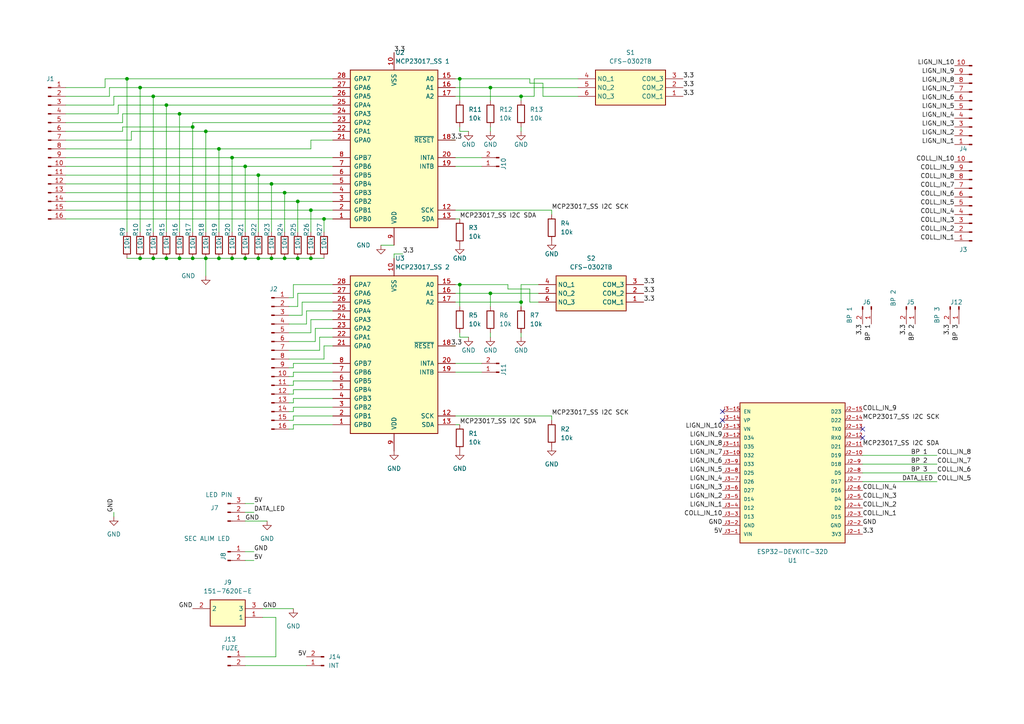
<source format=kicad_sch>
(kicad_sch (version 20230121) (generator eeschema)
  (paper "A4")
  (lib_symbols
    (symbol "151-7620E-E:151-7620E-E"
      (property "Reference" "J9" (at 10.16 7.62 0))
      (property "Value" "151-7620E-E" (at 10.16 5.08 0))
      (symbol "151-7620E-E_1_1"
        (rectangle (start 5.08 2.54) (end 15.24 -5.08) (stroke (width 0.254)) (fill (type background)))
        (pin power_out line (at 20.32 -2.54 180) (length 5.08) (name "1") (number "1"))
        (pin power_out line (at 0 0 0) (length 5.08) (name "2") (number "2"))
        (pin power_out line (at 20.32 0 180) (length 5.08) (name "3") (number "3"))
      )
    )
    (symbol "CFS-0302TB:CFS-0302TB"
      (property "Reference" "S" (at 26.67 7.62 0))
      (property "Value" "CFS-0302TB" (at 26.67 5.08 0))
      (symbol "CFS-0302TB_1_1"
        (rectangle (start 5.08 2.54) (end 25.4 -7.62) (stroke (width 0.254)) (fill (type background)))
        (pin passive line (at 0 0 0) (length 5.08) (name "COM_1") (number "1"))
        (pin passive line (at 0 -2.54 0) (length 5.08) (name "COM_2") (number "2"))
        (pin passive line (at 0 -5.08 0) (length 5.08) (name "COM_3") (number "3"))
        (pin passive line (at 30.48 -5.08 180) (length 5.08) (name "NO_1") (number "4"))
        (pin passive line (at 30.48 -2.54 180) (length 5.08) (name "NO_2") (number "5"))
        (pin passive line (at 30.48 0 180) (length 5.08) (name "NO_3") (number "6"))
      )
    )
    (symbol "Connector:Conn_01x02_Pin" (pin_names (offset 1.016) hide)
      (property "Reference" "J" (at 0 2.54 0))
      (property "Value" "Conn_01x02_Pin" (at 0 -5.08 0))
      (symbol "Conn_01x02_Pin_1_1"
        (polyline (pts (xy 1.27 -2.54) (xy 0.8636 -2.54)) (stroke (width 0.1524)))
        (polyline (pts (xy 1.27 0) (xy 0.8636 0)) (stroke (width 0.1524)))
        (rectangle (start 0.8636 -2.413) (end 0 -2.667) (stroke (width 0.1524)) (fill (type outline)))
        (rectangle (start 0.8636 0.127) (end 0 -0.127) (stroke (width 0.1524)) (fill (type outline)))
        (pin passive line (at 5.08 0 180) (length 3.81) (name "Pin_1") (number "1"))
        (pin passive line (at 5.08 -2.54 180) (length 3.81) (name "Pin_2") (number "2"))
      )
    )
    (symbol "Connector:Conn_01x03_Pin" (pin_names (offset 1.016) hide)
      (property "Reference" "J" (at 0 5.08 0))
      (property "Value" "Conn_01x03_Pin" (at 0 -5.08 0))
      (symbol "Conn_01x03_Pin_1_1"
        (polyline (pts (xy 1.27 -2.54) (xy 0.8636 -2.54)) (stroke (width 0.1524)))
        (polyline (pts (xy 1.27 0) (xy 0.8636 0)) (stroke (width 0.1524)))
        (polyline (pts (xy 1.27 2.54) (xy 0.8636 2.54)) (stroke (width 0.1524)))
        (rectangle (start 0.8636 -2.413) (end 0 -2.667) (stroke (width 0.1524)) (fill (type outline)))
        (rectangle (start 0.8636 0.127) (end 0 -0.127) (stroke (width 0.1524)) (fill (type outline)))
        (rectangle (start 0.8636 2.667) (end 0 2.413) (stroke (width 0.1524)) (fill (type outline)))
        (pin passive line (at 5.08 2.54 180) (length 3.81) (name "Pin_1") (number "1"))
        (pin passive line (at 5.08 0 180) (length 3.81) (name "Pin_2") (number "2"))
        (pin passive line (at 5.08 -2.54 180) (length 3.81) (name "Pin_3") (number "3"))
      )
    )
    (symbol "Connector:Conn_01x10_Pin" (pin_names (offset 1.016) hide)
      (property "Reference" "J" (at 0 12.7 0))
      (property "Value" "Conn_01x10_Pin" (at 0 -15.24 0))
      (symbol "Conn_01x10_Pin_1_1"
        (polyline (pts (xy 1.27 -12.7) (xy 0.8636 -12.7)) (stroke (width 0.1524)))
        (polyline (pts (xy 1.27 -10.16) (xy 0.8636 -10.16)) (stroke (width 0.1524)))
        (polyline (pts (xy 1.27 -7.62) (xy 0.8636 -7.62)) (stroke (width 0.1524)))
        (polyline (pts (xy 1.27 -5.08) (xy 0.8636 -5.08)) (stroke (width 0.1524)))
        (polyline (pts (xy 1.27 -2.54) (xy 0.8636 -2.54)) (stroke (width 0.1524)))
        (polyline (pts (xy 1.27 0) (xy 0.8636 0)) (stroke (width 0.1524)))
        (polyline (pts (xy 1.27 2.54) (xy 0.8636 2.54)) (stroke (width 0.1524)))
        (polyline (pts (xy 1.27 5.08) (xy 0.8636 5.08)) (stroke (width 0.1524)))
        (polyline (pts (xy 1.27 7.62) (xy 0.8636 7.62)) (stroke (width 0.1524)))
        (polyline (pts (xy 1.27 10.16) (xy 0.8636 10.16)) (stroke (width 0.1524)))
        (rectangle (start 0.8636 -12.573) (end 0 -12.827) (stroke (width 0.1524)) (fill (type outline)))
        (rectangle (start 0.8636 -10.033) (end 0 -10.287) (stroke (width 0.1524)) (fill (type outline)))
        (rectangle (start 0.8636 -7.493) (end 0 -7.747) (stroke (width 0.1524)) (fill (type outline)))
        (rectangle (start 0.8636 -4.953) (end 0 -5.207) (stroke (width 0.1524)) (fill (type outline)))
        (rectangle (start 0.8636 -2.413) (end 0 -2.667) (stroke (width 0.1524)) (fill (type outline)))
        (rectangle (start 0.8636 0.127) (end 0 -0.127) (stroke (width 0.1524)) (fill (type outline)))
        (rectangle (start 0.8636 2.667) (end 0 2.413) (stroke (width 0.1524)) (fill (type outline)))
        (rectangle (start 0.8636 5.207) (end 0 4.953) (stroke (width 0.1524)) (fill (type outline)))
        (rectangle (start 0.8636 7.747) (end 0 7.493) (stroke (width 0.1524)) (fill (type outline)))
        (rectangle (start 0.8636 10.287) (end 0 10.033) (stroke (width 0.1524)) (fill (type outline)))
        (pin passive line (at 5.08 10.16 180) (length 3.81) (name "Pin_1") (number "1"))
        (pin passive line (at 5.08 -12.7 180) (length 3.81) (name "Pin_10") (number "10"))
        (pin passive line (at 5.08 7.62 180) (length 3.81) (name "Pin_2") (number "2"))
        (pin passive line (at 5.08 5.08 180) (length 3.81) (name "Pin_3") (number "3"))
        (pin passive line (at 5.08 2.54 180) (length 3.81) (name "Pin_4") (number "4"))
        (pin passive line (at 5.08 0 180) (length 3.81) (name "Pin_5") (number "5"))
        (pin passive line (at 5.08 -2.54 180) (length 3.81) (name "Pin_6") (number "6"))
        (pin passive line (at 5.08 -5.08 180) (length 3.81) (name "Pin_7") (number "7"))
        (pin passive line (at 5.08 -7.62 180) (length 3.81) (name "Pin_8") (number "8"))
        (pin passive line (at 5.08 -10.16 180) (length 3.81) (name "Pin_9") (number "9"))
      )
    )
    (symbol "Connector:Conn_01x16_Pin" (pin_names (offset 1.016) hide)
      (property "Reference" "J" (at 0 20.32 0))
      (property "Value" "Conn_01x16_Pin" (at 0 -22.86 0))
      (symbol "Conn_01x16_Pin_1_1"
        (polyline (pts (xy 1.27 -20.32) (xy 0.8636 -20.32)) (stroke (width 0.1524)))
        (polyline (pts (xy 1.27 -17.78) (xy 0.8636 -17.78)) (stroke (width 0.1524)))
        (polyline (pts (xy 1.27 -15.24) (xy 0.8636 -15.24)) (stroke (width 0.1524)))
        (polyline (pts (xy 1.27 -12.7) (xy 0.8636 -12.7)) (stroke (width 0.1524)))
        (polyline (pts (xy 1.27 -10.16) (xy 0.8636 -10.16)) (stroke (width 0.1524)))
        (polyline (pts (xy 1.27 -7.62) (xy 0.8636 -7.62)) (stroke (width 0.1524)))
        (polyline (pts (xy 1.27 -5.08) (xy 0.8636 -5.08)) (stroke (width 0.1524)))
        (polyline (pts (xy 1.27 -2.54) (xy 0.8636 -2.54)) (stroke (width 0.1524)))
        (polyline (pts (xy 1.27 0) (xy 0.8636 0)) (stroke (width 0.1524)))
        (polyline (pts (xy 1.27 2.54) (xy 0.8636 2.54)) (stroke (width 0.1524)))
        (polyline (pts (xy 1.27 5.08) (xy 0.8636 5.08)) (stroke (width 0.1524)))
        (polyline (pts (xy 1.27 7.62) (xy 0.8636 7.62)) (stroke (width 0.1524)))
        (polyline (pts (xy 1.27 10.16) (xy 0.8636 10.16)) (stroke (width 0.1524)))
        (polyline (pts (xy 1.27 12.7) (xy 0.8636 12.7)) (stroke (width 0.1524)))
        (polyline (pts (xy 1.27 15.24) (xy 0.8636 15.24)) (stroke (width 0.1524)))
        (polyline (pts (xy 1.27 17.78) (xy 0.8636 17.78)) (stroke (width 0.1524)))
        (rectangle (start 0.8636 -20.193) (end 0 -20.447) (stroke (width 0.1524)) (fill (type outline)))
        (rectangle (start 0.8636 -17.653) (end 0 -17.907) (stroke (width 0.1524)) (fill (type outline)))
        (rectangle (start 0.8636 -15.113) (end 0 -15.367) (stroke (width 0.1524)) (fill (type outline)))
        (rectangle (start 0.8636 -12.573) (end 0 -12.827) (stroke (width 0.1524)) (fill (type outline)))
        (rectangle (start 0.8636 -10.033) (end 0 -10.287) (stroke (width 0.1524)) (fill (type outline)))
        (rectangle (start 0.8636 -7.493) (end 0 -7.747) (stroke (width 0.1524)) (fill (type outline)))
        (rectangle (start 0.8636 -4.953) (end 0 -5.207) (stroke (width 0.1524)) (fill (type outline)))
        (rectangle (start 0.8636 -2.413) (end 0 -2.667) (stroke (width 0.1524)) (fill (type outline)))
        (rectangle (start 0.8636 0.127) (end 0 -0.127) (stroke (width 0.1524)) (fill (type outline)))
        (rectangle (start 0.8636 2.667) (end 0 2.413) (stroke (width 0.1524)) (fill (type outline)))
        (rectangle (start 0.8636 5.207) (end 0 4.953) (stroke (width 0.1524)) (fill (type outline)))
        (rectangle (start 0.8636 7.747) (end 0 7.493) (stroke (width 0.1524)) (fill (type outline)))
        (rectangle (start 0.8636 10.287) (end 0 10.033) (stroke (width 0.1524)) (fill (type outline)))
        (rectangle (start 0.8636 12.827) (end 0 12.573) (stroke (width 0.1524)) (fill (type outline)))
        (rectangle (start 0.8636 15.367) (end 0 15.113) (stroke (width 0.1524)) (fill (type outline)))
        (rectangle (start 0.8636 17.907) (end 0 17.653) (stroke (width 0.1524)) (fill (type outline)))
        (pin passive line (at 5.08 17.78 180) (length 3.81) (name "Pin_1") (number "1"))
        (pin passive line (at 5.08 -5.08 180) (length 3.81) (name "Pin_10") (number "10"))
        (pin passive line (at 5.08 -7.62 180) (length 3.81) (name "Pin_11") (number "11"))
        (pin passive line (at 5.08 -10.16 180) (length 3.81) (name "Pin_12") (number "12"))
        (pin passive line (at 5.08 -12.7 180) (length 3.81) (name "Pin_13") (number "13"))
        (pin passive line (at 5.08 -15.24 180) (length 3.81) (name "Pin_14") (number "14"))
        (pin passive line (at 5.08 -17.78 180) (length 3.81) (name "Pin_15") (number "15"))
        (pin passive line (at 5.08 -20.32 180) (length 3.81) (name "Pin_16") (number "16"))
        (pin passive line (at 5.08 15.24 180) (length 3.81) (name "Pin_2") (number "2"))
        (pin passive line (at 5.08 12.7 180) (length 3.81) (name "Pin_3") (number "3"))
        (pin passive line (at 5.08 10.16 180) (length 3.81) (name "Pin_4") (number "4"))
        (pin passive line (at 5.08 7.62 180) (length 3.81) (name "Pin_5") (number "5"))
        (pin passive line (at 5.08 5.08 180) (length 3.81) (name "Pin_6") (number "6"))
        (pin passive line (at 5.08 2.54 180) (length 3.81) (name "Pin_7") (number "7"))
        (pin passive line (at 5.08 0 180) (length 3.81) (name "Pin_8") (number "8"))
        (pin passive line (at 5.08 -2.54 180) (length 3.81) (name "Pin_9") (number "9"))
      )
    )
    (symbol "Device:R" (pin_numbers hide) (pin_names (offset 0))
      (property "Reference" "R" (at 2.032 0 90))
      (property "Value" "R" (at 0 0 90))
      (symbol "R_0_1"
        (rectangle (start -1.016 -2.54) (end 1.016 2.54) (stroke (width 0.254)))
      )
      (symbol "R_1_1"
        (pin passive line (at 0 3.81 270) (length 1.27) (name "~") (number "1"))
        (pin passive line (at 0 -3.81 90) (length 1.27) (name "~") (number "2"))
      )
    )
    (symbol "ESP32-DEVKITC-32D:ESP32-DEVKITC-32D" (pin_names (offset 1.016))
      (property "Reference" "U1" (at 0 30.48 0))
      (property "Value" "ESP32-DEVKITC-32D" (at 0 27.94 0))
      (symbol "ESP32-DEVKITC-32D_0_0"
        (rectangle (start -15.24 25.4) (end 15.24 -15.24) (stroke (width 0.254)) (fill (type background)))
      )
      (symbol "ESP32-DEVKITC-32D_1_0"
        (pin power_out line (at -20.32 22.86 0) (length 5.08) (name "3V3") (number "J2-1"))
        (pin bidirectional line (at -20.32 0 0) (length 5.08) (name "D19") (number "J2-10"))
        (pin bidirectional line (at -20.32 -2.54 0) (length 5.08) (name "D21") (number "J2-11"))
        (pin bidirectional line (at -20.32 -5.08 0) (length 5.08) (name "RX0") (number "J2-12"))
        (pin bidirectional line (at -20.32 -7.62 0) (length 5.08) (name "TX0") (number "J2-13"))
        (pin bidirectional line (at -20.32 -10.16 0) (length 5.08) (name "D22") (number "J2-14"))
        (pin bidirectional line (at -20.32 -12.7 0) (length 5.08) (name "D23") (number "J2-15"))
        (pin power_in line (at -20.32 20.32 0) (length 5.08) (name "GND") (number "J2-2"))
        (pin bidirectional line (at -20.32 17.78 0) (length 5.08) (name "D15") (number "J2-3"))
        (pin bidirectional line (at -20.32 15.24 0) (length 5.08) (name "D2") (number "J2-4"))
        (pin bidirectional line (at -20.32 12.7 0) (length 5.08) (name "D4") (number "J2-5"))
        (pin bidirectional line (at -20.32 10.16 0) (length 5.08) (name "D16") (number "J2-6"))
        (pin bidirectional line (at -20.32 7.62 0) (length 5.08) (name "D17") (number "J2-7"))
        (pin bidirectional line (at -20.32 5.08 0) (length 5.08) (name "D5") (number "J2-8"))
        (pin bidirectional line (at -20.32 2.54 0) (length 5.08) (name "D18") (number "J2-9"))
        (pin power_in line (at 20.32 22.86 180) (length 5.08) (name "VIN") (number "J3-1"))
        (pin bidirectional line (at 20.32 0 180) (length 5.08) (name "D32") (number "J3-10"))
        (pin bidirectional line (at 20.32 -2.54 180) (length 5.08) (name "D35") (number "J3-11"))
        (pin bidirectional line (at 20.32 -5.08 180) (length 5.08) (name "D34") (number "J3-12"))
        (pin bidirectional line (at 20.32 -7.62 180) (length 5.08) (name "VN") (number "J3-13"))
        (pin bidirectional line (at 20.32 -10.16 180) (length 5.08) (name "VP") (number "J3-14"))
        (pin bidirectional line (at 20.32 -12.7 180) (length 5.08) (name "EN") (number "J3-15"))
        (pin power_in line (at 20.32 20.32 180) (length 5.08) (name "GND") (number "J3-2"))
        (pin bidirectional line (at 20.32 17.78 180) (length 5.08) (name "D13") (number "J3-3"))
        (pin bidirectional line (at 20.32 15.24 180) (length 5.08) (name "D12") (number "J3-4"))
        (pin bidirectional line (at 20.32 12.7 180) (length 5.08) (name "D14") (number "J3-5"))
        (pin bidirectional line (at 20.32 10.16 180) (length 5.08) (name "D27") (number "J3-6"))
        (pin power_in line (at 20.32 7.62 180) (length 5.08) (name "D26") (number "J3-7"))
        (pin bidirectional line (at 20.32 5.08 180) (length 5.08) (name "D25") (number "J3-8"))
        (pin bidirectional line (at 20.32 2.54 180) (length 5.08) (name "D33") (number "J3-9"))
      )
    )
    (symbol "Interface_Expansion:MCP23017_SS" (pin_names (offset 1.016))
      (property "Reference" "U" (at -11.43 24.13 0))
      (property "Value" "MCP23017_SS" (at 0 0 0))
      (symbol "MCP23017_SS_0_1"
        (rectangle (start -12.7 22.86) (end 12.7 -22.86) (stroke (width 0.254)) (fill (type background)))
      )
      (symbol "MCP23017_SS_1_1"
        (pin bidirectional line (at 17.78 20.32 180) (length 5.08) (name "GPB0") (number "1"))
        (pin power_in line (at 0 -27.94 90) (length 5.08) (name "VSS") (number "10"))
        (pin no_connect line (at -12.7 15.24 0) (length 5.08) hide (name "NC") (number "11"))
        (pin input line (at -17.78 17.78 0) (length 5.08) (name "SCK") (number "12"))
        (pin bidirectional line (at -17.78 20.32 0) (length 5.08) (name "SDA") (number "13"))
        (pin no_connect line (at -12.7 12.7 0) (length 5.08) hide (name "NC") (number "14"))
        (pin input line (at -17.78 -20.32 0) (length 5.08) (name "A0") (number "15"))
        (pin input line (at -17.78 -17.78 0) (length 5.08) (name "A1") (number "16"))
        (pin input line (at -17.78 -15.24 0) (length 5.08) (name "A2") (number "17"))
        (pin input line (at -17.78 -2.54 0) (length 5.08) (name "~{RESET}") (number "18"))
        (pin tri_state line (at -17.78 5.08 0) (length 5.08) (name "INTB") (number "19"))
        (pin bidirectional line (at 17.78 17.78 180) (length 5.08) (name "GPB1") (number "2"))
        (pin tri_state line (at -17.78 2.54 0) (length 5.08) (name "INTA") (number "20"))
        (pin bidirectional line (at 17.78 -2.54 180) (length 5.08) (name "GPA0") (number "21"))
        (pin bidirectional line (at 17.78 -5.08 180) (length 5.08) (name "GPA1") (number "22"))
        (pin bidirectional line (at 17.78 -7.62 180) (length 5.08) (name "GPA2") (number "23"))
        (pin bidirectional line (at 17.78 -10.16 180) (length 5.08) (name "GPA3") (number "24"))
        (pin bidirectional line (at 17.78 -12.7 180) (length 5.08) (name "GPA4") (number "25"))
        (pin bidirectional line (at 17.78 -15.24 180) (length 5.08) (name "GPA5") (number "26"))
        (pin bidirectional line (at 17.78 -17.78 180) (length 5.08) (name "GPA6") (number "27"))
        (pin bidirectional line (at 17.78 -20.32 180) (length 5.08) (name "GPA7") (number "28"))
        (pin bidirectional line (at 17.78 15.24 180) (length 5.08) (name "GPB2") (number "3"))
        (pin bidirectional line (at 17.78 12.7 180) (length 5.08) (name "GPB3") (number "4"))
        (pin bidirectional line (at 17.78 10.16 180) (length 5.08) (name "GPB4") (number "5"))
        (pin bidirectional line (at 17.78 7.62 180) (length 5.08) (name "GPB5") (number "6"))
        (pin bidirectional line (at 17.78 5.08 180) (length 5.08) (name "GPB6") (number "7"))
        (pin bidirectional line (at 17.78 2.54 180) (length 5.08) (name "GPB7") (number "8"))
        (pin power_in line (at 0 27.94 270) (length 5.08) (name "VDD") (number "9"))
      )
    )
    (symbol "power:GND" (power) (pin_names (offset 0))
      (property "Value" "GND" (at 0 -3.81 0))
      (symbol "GND_0_1"
        (polyline (pts (xy 0 0) (xy 0 -1.27) (xy 1.27 -1.27) (xy 0 -2.54) (xy -1.27 -1.27) (xy 0 -1.27)))
      )
      (symbol "GND_1_1"
        (pin power_in line (at 0 0 270) (length 0) hide (name "GND") (number "1"))
      )
    )
  )
  (junction (at 40.64 74.93))
  (junction (at 74.93 74.93))
  (junction (at 86.36 74.93))
  (junction (at 78.74 74.93))
  (junction (at 59.69 38.1))
  (junction (at 63.5 74.93))
  (junction (at 82.55 55.88))
  (junction (at 151.13 87.63))
  (junction (at 78.74 53.34))
  (junction (at 36.83 22.86))
  (junction (at 151.13 27.94))
  (junction (at 59.69 74.93))
  (junction (at 82.55 74.93))
  (junction (at 90.17 74.93))
  (junction (at 52.07 74.93))
  (junction (at 44.45 27.94))
  (junction (at 71.12 48.26))
  (junction (at 63.5 43.18))
  (junction (at 48.26 74.93))
  (junction (at 52.07 33.02))
  (junction (at 67.31 45.72))
  (junction (at 90.17 60.96))
  (junction (at 40.64 25.4))
  (junction (at 142.24 85.09))
  (junction (at 44.45 74.93))
  (junction (at 67.31 74.93))
  (junction (at 133.35 82.55))
  (junction (at 55.88 36.83))
  (junction (at 74.93 50.8))
  (junction (at 71.12 74.93))
  (junction (at 55.88 74.93))
  (junction (at 48.26 30.48))
  (junction (at 86.36 58.42))
  (junction (at 133.35 22.86))
  (junction (at 93.98 63.5))
  (junction (at 142.24 25.4))
  (no_connect (at 209.55 121.92))
  (no_connect (at 250.19 124.46))
  (no_connect (at 209.55 119.38))
  (no_connect (at 250.19 127))
  (wire (pts (xy 96.52 95.25) (xy 91.44 95.25)))
  (wire (pts (xy 85.09 107.95) (xy 96.52 107.95)))
  (wire (pts (xy 59.69 38.1) (xy 38.1 38.1)))
  (wire (pts (xy 96.52 30.48) (xy 48.26 30.48)))
  (wire (pts (xy 71.12 193.04) (xy 88.9 193.04)))
  (wire (pts (xy 82.55 74.93) (xy 86.36 74.93)))
  (wire (pts (xy 156.21 82.55) (xy 151.13 82.55)))
  (wire (pts (xy 90.17 43.18) (xy 63.5 43.18)))
  (wire (pts (xy 151.13 87.63) (xy 151.13 88.9)))
  (wire (pts (xy 133.35 22.86) (xy 133.35 29.21)))
  (wire (pts (xy 160.02 60.96) (xy 160.02 62.23)))
  (wire (pts (xy 33.02 149.86) (xy 33.02 148.59)))
  (wire (pts (xy 132.08 48.26) (xy 139.7 48.26)))
  (wire (pts (xy 73.66 160.02) (xy 71.12 160.02)))
  (wire (pts (xy 55.88 36.83) (xy 55.88 35.56)))
  (wire (pts (xy 130.81 40.64) (xy 132.08 40.64)))
  (wire (pts (xy 67.31 74.93) (xy 71.12 74.93)))
  (wire (pts (xy 156.21 87.63) (xy 153.67 87.63)))
  (wire (pts (xy 153.67 22.86) (xy 133.35 22.86)))
  (wire (pts (xy 86.36 58.42) (xy 96.52 58.42)))
  (wire (pts (xy 82.55 55.88) (xy 82.55 67.31)))
  (wire (pts (xy 96.52 97.79) (xy 92.71 97.79)))
  (wire (pts (xy 153.67 22.86) (xy 153.67 24.13)))
  (wire (pts (xy 96.52 120.65) (xy 85.09 120.65)))
  (wire (pts (xy 59.69 74.93) (xy 59.69 80.01)))
  (wire (pts (xy 35.56 36.83) (xy 55.88 36.83)))
  (wire (pts (xy 132.08 82.55) (xy 133.35 82.55)))
  (wire (pts (xy 19.05 25.4) (xy 30.48 25.4)))
  (wire (pts (xy 63.5 43.18) (xy 63.5 67.31)))
  (wire (pts (xy 85.09 82.55) (xy 96.52 82.55)))
  (wire (pts (xy 92.71 97.79) (xy 92.71 101.6)))
  (wire (pts (xy 133.35 82.55) (xy 133.35 88.9)))
  (wire (pts (xy 133.35 38.1) (xy 133.35 36.83)))
  (wire (pts (xy 87.63 87.63) (xy 96.52 87.63)))
  (wire (pts (xy 92.71 101.6) (xy 83.82 101.6)))
  (wire (pts (xy 133.35 82.55) (xy 147.32 82.55)))
  (wire (pts (xy 71.12 190.5) (xy 80.01 190.5)))
  (wire (pts (xy 44.45 74.93) (xy 48.26 74.93)))
  (wire (pts (xy 34.29 30.48) (xy 34.29 33.02)))
  (wire (pts (xy 132.08 27.94) (xy 151.13 27.94)))
  (wire (pts (xy 85.09 109.22) (xy 85.09 107.95)))
  (wire (pts (xy 35.56 38.1) (xy 19.05 38.1)))
  (wire (pts (xy 96.52 105.41) (xy 85.09 105.41)))
  (wire (pts (xy 132.08 85.09) (xy 142.24 85.09)))
  (wire (pts (xy 110.49 71.12) (xy 114.3 71.12)))
  (wire (pts (xy 85.09 105.41) (xy 85.09 106.68)))
  (wire (pts (xy 96.52 110.49) (xy 85.09 110.49)))
  (wire (pts (xy 132.08 25.4) (xy 142.24 25.4)))
  (wire (pts (xy 55.88 74.93) (xy 59.69 74.93)))
  (wire (pts (xy 151.13 38.1) (xy 151.13 36.83)))
  (wire (pts (xy 80.01 190.5) (xy 80.01 179.07)))
  (wire (pts (xy 19.05 30.48) (xy 33.02 30.48)))
  (wire (pts (xy 52.07 74.93) (xy 55.88 74.93)))
  (wire (pts (xy 74.93 74.93) (xy 78.74 74.93)))
  (wire (pts (xy 40.64 25.4) (xy 40.64 67.31)))
  (wire (pts (xy 48.26 30.48) (xy 34.29 30.48)))
  (wire (pts (xy 90.17 40.64) (xy 90.17 43.18)))
  (wire (pts (xy 33.02 30.48) (xy 33.02 27.94)))
  (wire (pts (xy 78.74 53.34) (xy 96.52 53.34)))
  (wire (pts (xy 271.78 137.16) (xy 250.19 137.16)))
  (wire (pts (xy 48.26 30.48) (xy 48.26 67.31)))
  (wire (pts (xy 132.08 87.63) (xy 151.13 87.63)))
  (wire (pts (xy 142.24 25.4) (xy 142.24 29.21)))
  (wire (pts (xy 96.52 100.33) (xy 93.98 100.33)))
  (wire (pts (xy 96.52 25.4) (xy 40.64 25.4)))
  (wire (pts (xy 71.12 74.93) (xy 74.93 74.93)))
  (wire (pts (xy 88.9 90.17) (xy 88.9 93.98)))
  (wire (pts (xy 71.12 151.13) (xy 77.47 151.13)))
  (wire (pts (xy 153.67 83.82) (xy 147.32 83.82)))
  (wire (pts (xy 83.82 124.46) (xy 85.09 124.46)))
  (wire (pts (xy 52.07 33.02) (xy 52.07 67.31)))
  (wire (pts (xy 83.82 109.22) (xy 85.09 109.22)))
  (wire (pts (xy 31.75 25.4) (xy 31.75 27.94)))
  (wire (pts (xy 116.84 73.66) (xy 114.3 73.66)))
  (wire (pts (xy 151.13 97.79) (xy 151.13 96.52)))
  (wire (pts (xy 38.1 38.1) (xy 38.1 40.64)))
  (wire (pts (xy 93.98 63.5) (xy 96.52 63.5)))
  (wire (pts (xy 96.52 115.57) (xy 85.09 115.57)))
  (wire (pts (xy 96.52 123.19) (xy 85.09 123.19)))
  (wire (pts (xy 82.55 55.88) (xy 96.52 55.88)))
  (wire (pts (xy 133.35 97.79) (xy 135.89 97.79)))
  (wire (pts (xy 35.56 35.56) (xy 19.05 35.56)))
  (wire (pts (xy 85.09 123.19) (xy 85.09 124.46)))
  (wire (pts (xy 142.24 25.4) (xy 167.64 25.4)))
  (wire (pts (xy 133.35 38.1) (xy 135.89 38.1)))
  (wire (pts (xy 85.09 86.36) (xy 85.09 82.55)))
  (wire (pts (xy 67.31 45.72) (xy 96.52 45.72)))
  (wire (pts (xy 86.36 85.09) (xy 86.36 88.9)))
  (wire (pts (xy 85.09 120.65) (xy 85.09 121.92)))
  (wire (pts (xy 38.1 40.64) (xy 19.05 40.64)))
  (wire (pts (xy 83.82 119.38) (xy 85.09 119.38)))
  (wire (pts (xy 151.13 82.55) (xy 151.13 87.63)))
  (wire (pts (xy 90.17 60.96) (xy 96.52 60.96)))
  (wire (pts (xy 90.17 96.52) (xy 83.82 96.52)))
  (wire (pts (xy 93.98 100.33) (xy 93.98 104.14)))
  (wire (pts (xy 85.09 110.49) (xy 85.09 111.76)))
  (wire (pts (xy 85.09 106.68) (xy 83.82 106.68)))
  (wire (pts (xy 96.52 35.56) (xy 55.88 35.56)))
  (wire (pts (xy 85.09 118.11) (xy 96.52 118.11)))
  (wire (pts (xy 132.08 105.41) (xy 139.7 105.41)))
  (wire (pts (xy 157.48 27.94) (xy 167.64 27.94)))
  (wire (pts (xy 96.52 90.17) (xy 88.9 90.17)))
  (wire (pts (xy 40.64 74.93) (xy 44.45 74.93)))
  (wire (pts (xy 30.48 22.86) (xy 36.83 22.86)))
  (wire (pts (xy 63.5 74.93) (xy 67.31 74.93)))
  (wire (pts (xy 85.09 111.76) (xy 83.82 111.76)))
  (wire (pts (xy 142.24 97.79) (xy 142.24 96.52)))
  (wire (pts (xy 19.05 63.5) (xy 93.98 63.5)))
  (wire (pts (xy 44.45 27.94) (xy 96.52 27.94)))
  (wire (pts (xy 157.48 24.13) (xy 157.48 27.94)))
  (wire (pts (xy 142.24 38.1) (xy 142.24 36.83)))
  (wire (pts (xy 142.24 85.09) (xy 156.21 85.09)))
  (wire (pts (xy 142.24 85.09) (xy 142.24 88.9)))
  (wire (pts (xy 147.32 83.82) (xy 147.32 82.55)))
  (wire (pts (xy 153.67 24.13) (xy 157.48 24.13)))
  (wire (pts (xy 85.09 113.03) (xy 85.09 114.3)))
  (wire (pts (xy 90.17 60.96) (xy 90.17 67.31)))
  (wire (pts (xy 85.09 115.57) (xy 85.09 116.84)))
  (wire (pts (xy 130.81 100.33) (xy 132.08 100.33)))
  (wire (pts (xy 44.45 27.94) (xy 44.45 67.31)))
  (wire (pts (xy 167.64 22.86) (xy 154.94 22.86)))
  (wire (pts (xy 271.78 134.62) (xy 250.19 134.62)))
  (wire (pts (xy 33.02 27.94) (xy 44.45 27.94)))
  (wire (pts (xy 90.17 92.71) (xy 90.17 96.52)))
  (wire (pts (xy 132.08 45.72) (xy 139.7 45.72)))
  (wire (pts (xy 36.83 22.86) (xy 96.52 22.86)))
  (wire (pts (xy 78.74 74.93) (xy 82.55 74.93)))
  (wire (pts (xy 96.52 33.02) (xy 52.07 33.02)))
  (wire (pts (xy 133.35 97.79) (xy 133.35 96.52)))
  (wire (pts (xy 151.13 27.94) (xy 151.13 29.21)))
  (wire (pts (xy 80.01 179.07) (xy 76.2 179.07)))
  (wire (pts (xy 73.66 148.59) (xy 71.12 148.59)))
  (wire (pts (xy 250.19 132.08) (xy 271.78 132.08)))
  (wire (pts (xy 35.56 33.02) (xy 35.56 35.56)))
  (wire (pts (xy 19.05 58.42) (xy 86.36 58.42)))
  (wire (pts (xy 160.02 120.65) (xy 160.02 121.92)))
  (wire (pts (xy 19.05 55.88) (xy 82.55 55.88)))
  (wire (pts (xy 67.31 45.72) (xy 67.31 67.31)))
  (wire (pts (xy 132.08 120.65) (xy 160.02 120.65)))
  (wire (pts (xy 71.12 48.26) (xy 96.52 48.26)))
  (wire (pts (xy 151.13 27.94) (xy 154.94 27.94)))
  (wire (pts (xy 31.75 27.94) (xy 19.05 27.94)))
  (wire (pts (xy 19.05 50.8) (xy 74.93 50.8)))
  (wire (pts (xy 19.05 48.26) (xy 71.12 48.26)))
  (wire (pts (xy 132.08 22.86) (xy 133.35 22.86)))
  (wire (pts (xy 93.98 63.5) (xy 93.98 67.31)))
  (wire (pts (xy 88.9 93.98) (xy 83.82 93.98)))
  (wire (pts (xy 74.93 50.8) (xy 74.93 67.31)))
  (wire (pts (xy 59.69 38.1) (xy 59.69 67.31)))
  (wire (pts (xy 91.44 95.25) (xy 91.44 99.06)))
  (wire (pts (xy 96.52 92.71) (xy 90.17 92.71)))
  (wire (pts (xy 154.94 22.86) (xy 154.94 27.94)))
  (wire (pts (xy 90.17 74.93) (xy 93.98 74.93)))
  (wire (pts (xy 36.83 74.93) (xy 40.64 74.93)))
  (wire (pts (xy 96.52 40.64) (xy 90.17 40.64)))
  (wire (pts (xy 91.44 99.06) (xy 83.82 99.06)))
  (wire (pts (xy 153.67 87.63) (xy 153.67 83.82)))
  (wire (pts (xy 19.05 53.34) (xy 78.74 53.34)))
  (wire (pts (xy 86.36 74.93) (xy 90.17 74.93)))
  (wire (pts (xy 86.36 58.42) (xy 86.36 67.31)))
  (wire (pts (xy 114.3 73.66) (xy 114.3 74.93)))
  (wire (pts (xy 40.64 25.4) (xy 31.75 25.4)))
  (wire (pts (xy 48.26 74.93) (xy 52.07 74.93)))
  (wire (pts (xy 19.05 45.72) (xy 67.31 45.72)))
  (wire (pts (xy 19.05 60.96) (xy 90.17 60.96)))
  (wire (pts (xy 34.29 33.02) (xy 19.05 33.02)))
  (wire (pts (xy 132.08 107.95) (xy 139.7 107.95)))
  (wire (pts (xy 83.82 91.44) (xy 87.63 91.44)))
  (wire (pts (xy 78.74 53.34) (xy 78.74 67.31)))
  (wire (pts (xy 30.48 25.4) (xy 30.48 22.86)))
  (wire (pts (xy 73.66 162.56) (xy 71.12 162.56)))
  (wire (pts (xy 93.98 104.14) (xy 83.82 104.14)))
  (wire (pts (xy 52.07 33.02) (xy 35.56 33.02)))
  (wire (pts (xy 96.52 85.09) (xy 86.36 85.09)))
  (wire (pts (xy 133.35 123.19) (xy 132.08 123.19)))
  (wire (pts (xy 55.88 36.83) (xy 55.88 67.31)))
  (wire (pts (xy 63.5 43.18) (xy 19.05 43.18)))
  (wire (pts (xy 96.52 38.1) (xy 59.69 38.1)))
  (wire (pts (xy 271.78 139.7) (xy 250.19 139.7)))
  (wire (pts (xy 86.36 88.9) (xy 83.82 88.9)))
  (wire (pts (xy 73.66 146.05) (xy 71.12 146.05)))
  (wire (pts (xy 85.09 119.38) (xy 85.09 118.11)))
  (wire (pts (xy 85.09 114.3) (xy 83.82 114.3)))
  (wire (pts (xy 87.63 91.44) (xy 87.63 87.63)))
  (wire (pts (xy 59.69 74.93) (xy 63.5 74.93)))
  (wire (pts (xy 36.83 22.86) (xy 36.83 67.31)))
  (wire (pts (xy 71.12 48.26) (xy 71.12 67.31)))
  (wire (pts (xy 74.93 50.8) (xy 96.52 50.8)))
  (wire (pts (xy 133.35 63.5) (xy 132.08 63.5)))
  (wire (pts (xy 132.08 60.96) (xy 160.02 60.96)))
  (wire (pts (xy 83.82 86.36) (xy 85.09 86.36)))
  (wire (pts (xy 83.82 121.92) (xy 85.09 121.92)))
  (wire (pts (xy 76.2 176.53) (xy 85.09 176.53)))
  (wire (pts (xy 85.09 116.84) (xy 83.82 116.84)))
  (wire (pts (xy 96.52 113.03) (xy 85.09 113.03)))
  (wire (pts (xy 35.56 36.83) (xy 35.56 38.1)))
  (label "3.3" (at 186.69 82.55 0))
  (label "BP 2" (at 265.43 93.98 270))
  (label "3.3" (at 198.12 25.4 0))
  (label "MCP23017_SS I2C SCK" (at 250.19 121.92 0))
  (label "LIGN_IN_4" (at 209.55 139.7 180))
  (label "COLL_IN_3" (at 276.86 64.77 180))
  (label "COLL_IN_2" (at 250.19 147.32 0))
  (label "LIGN_IN_8" (at 276.86 24.13 180))
  (label "DATA_LED" (at 73.66 148.59 0))
  (label "GND" (at 33.02 148.59 90))
  (label "LIGN_IN_2" (at 209.55 144.78 180))
  (label "GND" (at 209.55 152.4 180))
  (label "BP 3" (at 278.13 93.98 270))
  (label "GND" (at 250.19 152.4 0))
  (label "MCP23017_SS I2C SCK" (at 160.02 120.65 0))
  (label "LIGN_IN_9" (at 276.86 21.59 180))
  (label "LIGN_IN_10" (at 276.86 19.05 180))
  (label "GND" (at 73.66 160.02 0))
  (label "COLL_IN_7" (at 276.86 54.61 180))
  (label "3.3" (at 130.81 40.64 0))
  (label "DATA_LED" (at 261.62 139.7 0))
  (label "3.3" (at 275.59 93.98 270))
  (label "BP 2" (at 264.16 134.62 0))
  (label "COLL_IN_9" (at 276.86 49.53 180))
  (label "3.3" (at 186.69 85.09 0))
  (label "3.3" (at 116.84 73.66 0))
  (label "COLL_IN_2" (at 276.86 67.31 180))
  (label "COLL_IN_8" (at 276.86 52.07 180))
  (label "COLL_IN_4" (at 250.19 142.24 0))
  (label "BP 3" (at 264.16 137.16 0))
  (label "MCP23017_SS I2C SCK" (at 160.02 60.96 0))
  (label "COLL_IN_4" (at 276.86 62.23 180))
  (label "LIGN_IN_6" (at 209.55 134.62 180))
  (label "3.3" (at 130.81 100.33 0))
  (label "MCP23017_SS I2C SDA" (at 133.35 63.5 0))
  (label "LIGN_IN_1" (at 276.86 41.91 180))
  (label "BP 1" (at 252.73 93.98 270))
  (label "LIGN_IN_7" (at 276.86 26.67 180))
  (label "GND" (at 55.88 176.53 180))
  (label "LIGN_IN_5" (at 276.86 31.75 180))
  (label "COLL_IN_1" (at 276.86 69.85 180))
  (label "3.3" (at 198.12 27.94 0))
  (label "COLL_IN_1" (at 250.19 149.86 0))
  (label "MCP23017_SS I2C SDA" (at 250.19 129.54 0))
  (label "COLL_IN_6" (at 276.86 57.15 180))
  (label "LIGN_IN_10" (at 209.55 124.46 180))
  (label "LIGN_IN_2" (at 276.86 39.37 180))
  (label "5V" (at 73.66 146.05 0))
  (label "COLL_IN_7" (at 271.78 134.62 0))
  (label "COLL_IN_8" (at 271.78 132.08 0))
  (label "COLL_IN_9" (at 250.19 119.38 0))
  (label "LIGN_IN_3" (at 276.86 36.83 180))
  (label "3.3" (at 262.89 93.98 270))
  (label "5V" (at 88.9 190.5 180))
  (label "COLL_IN_10" (at 276.86 46.99 180))
  (label "LIGN_IN_8" (at 209.55 129.54 180))
  (label "5V" (at 209.55 154.94 180))
  (label "3.3" (at 250.19 93.98 270))
  (label "MCP23017_SS I2C SDA" (at 133.35 123.19 0))
  (label "LIGN_IN_5" (at 209.55 137.16 180))
  (label "LIGN_IN_6" (at 276.86 29.21 180))
  (label "LIGN_IN_4" (at 276.86 34.29 180))
  (label "COLL_IN_10" (at 209.55 149.86 180))
  (label "LIGN_IN_3" (at 209.55 142.24 180))
  (label "LIGN_IN_1" (at 209.55 147.32 180))
  (label "3.3" (at 250.19 154.94 0))
  (label "3.3" (at 186.69 87.63 0))
  (label "COLL_IN_6" (at 271.78 137.16 0))
  (label "BP 1" (at 264.16 132.08 0))
  (label "LIGN_IN_7" (at 209.55 132.08 180))
  (label "LIGN_IN_9" (at 209.55 127 180))
  (label "3.3" (at 114.3 15.24 0))
  (label "COLL_IN_5" (at 271.78 139.7 0))
  (label "COLL_IN_3" (at 250.19 144.78 0))
  (label "COLL_IN_5" (at 276.86 59.69 180))
  (label "GND" (at 76.2 176.53 0))
  (label "5V" (at 73.66 162.56 0))
  (label "3.3" (at 198.12 22.86 0))
  (label "GND" (at 71.12 151.13 0))
  (symbol (lib_id "Device:R") (at 90.17 71.12 0) (unit 1)
    (property "Reference" "R26" (at 88.9 68.58 90) (effects (justify left)))
    (property "Value" "10k" (at 90.17 72.39 90) (effects (justify left)))
    (property "Footprint" "Resistor_SMD:R_1206_3216Metric" (effects hide))
  )
  (symbol (lib_id "Device:R") (at 36.83 71.12 0) (unit 1)
    (property "Reference" "R9" (at 35.56 68.58 90) (effects (justify left)))
    (property "Value" "10k" (at 36.83 72.39 90) (effects (justify left)))
    (property "Footprint" "Resistor_SMD:R_1206_3216Metric" (effects hide))
  )
  (symbol (lib_id "Connector:Conn_01x02_Pin") (at 278.13 88.9 270) (unit 1)
    (property "Reference" "J12" (at 275.59 87.63 90) (effects (justify left)))
    (property "Value" "BP 3" (at 271.78 88.9 0) (effects (justify left)))
    (property "Footprint" "Connector_PinHeader_2.54mm:PinHeader_1x02_P2.54mm_Vertical" (effects hide))
  )
  (symbol (lib_id "power:GND") (at 142.24 97.79 0) (unit 1)
    (property "Reference" "#PWR09" (effects hide))
    (property "Value" "GND" (at 142.24 101.6 0))
  )
  (symbol (lib_id "151-7620E-E:151-7620E-E") (at 55.88 176.53 0) (unit 1)
    (property "Reference" "J9" (at 66.04 168.91 0))
    (property "Value" "151-7620E-E" (at 66.04 171.45 0))
    (property "Footprint" "151-7620E-E:1517620EE" (effects hide))
    (property "Height" "10.7" (effects hide))
    (property "Mouser Part Number" "151-7620E-E" (effects hide))
    (property "Mouser Price/Stock" "https://www.mouser.co.uk/ProductDetail/Kobiconn/151-7620E-E?qs=aP1CjGhiNiFCxxVDr%2FXLvg%3D%3D" (effects hide))
    (property "Manufacturer_Name" "Kobiconn" (effects hide))
    (property "Manufacturer_Part_Number" "151-7620E-E" (effects hide))
  )
  (symbol (lib_id "Device:R") (at 55.88 71.12 0) (unit 1)
    (property "Reference" "R17" (at 54.61 68.58 90) (effects (justify left)))
    (property "Value" "10k" (at 55.88 72.39 90) (effects (justify left)))
    (property "Footprint" "Resistor_SMD:R_1206_3216Metric" (effects hide))
  )
  (symbol (lib_id "power:GND") (at 151.13 97.79 0) (unit 1)
    (property "Reference" "#PWR08" (effects hide))
    (property "Value" "GND" (at 151.13 101.6 0))
  )
  (symbol (lib_id "Connector:Conn_01x02_Pin") (at 66.04 190.5 0) (unit 1)
    (property "Reference" "J13" (at 66.675 185.42 0))
    (property "Value" "FUZE" (at 66.675 187.96 0))
    (property "Footprint" "Connector_Wire:SolderWire-2.5sqmm_1x02_P8.8mm_D2.4mm_OD4.4mm" (effects hide))
  )
  (symbol (lib_id "Connector:Conn_01x10_Pin") (at 281.94 31.75 180) (unit 1)
    (property "Reference" "J4" (at 279.4 43.18 0))
    (property "Value" "Conn_01x10_Pin" (effects hide))
    (property "Footprint" "Connector_PinHeader_2.54mm:PinHeader_1x10_P2.54mm_Vertical" (effects hide))
  )
  (symbol (lib_id "Connector:Conn_01x02_Pin") (at 144.78 48.26 180) (unit 1)
    (property "Reference" "J10" (at 146.05 45.72 90) (effects (justify left)))
    (property "Value" "INTAB MCP23017 1" (effects hide))
    (property "Footprint" "Connector_PinHeader_2.54mm:PinHeader_1x02_P2.54mm_Vertical" (effects hide))
  )
  (symbol (lib_id "power:GND") (at 160.02 129.54 0) (unit 1)
    (property "Reference" "#PWR05" (effects hide))
    (property "Value" "GND" (at 160.02 134.62 0))
  )
  (symbol (lib_id "power:GND") (at 151.13 38.1 0) (unit 1)
    (property "Reference" "#PWR013" (effects hide))
    (property "Value" "GND" (at 151.13 41.91 0))
  )
  (symbol (lib_id "Connector:Conn_01x16_Pin") (at 13.97 43.18 0) (unit 1)
    (property "Reference" "J1" (at 14.605 22.86 0))
    (property "Value" "Conn_01x16_Pin" (effects hide))
    (property "Footprint" "Connector_PinHeader_2.54mm:PinHeader_1x16_P2.54mm_Vertical" (effects hide))
  )
  (symbol (lib_id "Device:R") (at 133.35 67.31 0) (unit 1)
    (property "Reference" "R3" (at 135.89 66.04 0) (effects (justify left)))
    (property "Value" "10k" (at 135.89 68.58 0) (effects (justify left)))
    (property "Footprint" "Resistor_SMD:R_1206_3216Metric" (effects hide))
  )
  (symbol (lib_id "Device:R") (at 160.02 125.73 0) (unit 1)
    (property "Reference" "R2" (at 162.56 124.46 0) (effects (justify left)))
    (property "Value" "10k" (at 162.56 127 0) (effects (justify left)))
    (property "Footprint" "Resistor_SMD:R_1206_3216Metric" (effects hide))
  )
  (symbol (lib_id "Connector:Conn_01x02_Pin") (at 265.43 88.9 270) (unit 1)
    (property "Reference" "J5" (at 262.89 87.63 90) (effects (justify left)))
    (property "Value" "BP 2" (at 259.08 88.9 0) (effects (justify right)))
    (property "Footprint" "Connector_PinHeader_2.54mm:PinHeader_1x02_P2.54mm_Vertical" (effects hide))
  )
  (symbol (lib_id "power:GND") (at 33.02 149.86 0) (unit 1)
    (property "Reference" "#PWR02" (effects hide))
    (property "Value" "GND" (at 33.02 154.94 0))
  )
  (symbol (lib_id "Connector:Conn_01x02_Pin") (at 93.98 193.04 180) (unit 1)
    (property "Reference" "J14" (at 95.25 190.5 0) (effects (justify right)))
    (property "Value" "INT" (at 95.25 193.04 0) (effects (justify right)))
    (property "Footprint" "Connector_Wire:SolderWire-2.5sqmm_1x02_P8.8mm_D2.4mm_OD4.4mm" (effects hide))
  )
  (symbol (lib_id "Device:R") (at 133.35 92.71 0) (unit 1)
    (property "Reference" "R5" (at 135.89 91.44 0) (effects (justify left)))
    (property "Value" "10k" (at 135.89 93.98 0) (effects (justify left)))
    (property "Footprint" "Resistor_SMD:R_1206_3216Metric" (effects hide))
  )
  (symbol (lib_id "CFS-0302TB:CFS-0302TB") (at 186.69 87.63 180) (unit 1)
    (property "Reference" "S2" (at 171.45 74.93 0))
    (property "Value" "CFS-0302TB" (at 171.45 77.47 0))
    (property "Footprint" "CFS-0302TB:CFS0302TB" (effects hide))
    (property "Datasheet" "https://www.nidec-copal-electronics.com/e/catalog/switch/cfs.pdf" (effects hide))
    (property "Height" "4.6" (effects hide))
    (property "Mouser Part Number" "229-CFS-0302TB" (effects hide))
    (property "Mouser Price/Stock" "https://www.mouser.co.uk/ProductDetail/Nidec-Copal/CFS-0302TB?qs=XeJtXLiO41QuIAvn3TUJpA%3D%3D" (effects hide))
    (property "Manufacturer_Name" "NIDEC COPAL" (effects hide))
    (property "Manufacturer_Part_Number" "CFS-0302TB" (effects hide))
  )
  (symbol (lib_id "Device:R") (at 151.13 33.02 0) (unit 1)
    (property "Reference" "R13" (at 153.67 31.75 0) (effects (justify left)))
    (property "Value" "10k" (at 153.67 34.29 0) (effects (justify left)))
    (property "Footprint" "Resistor_SMD:R_1206_3216Metric" (effects hide))
  )
  (symbol (lib_id "Connector:Conn_01x02_Pin") (at 144.78 107.95 180) (unit 1)
    (property "Reference" "J11" (at 146.05 105.41 90) (effects (justify left)))
    (property "Value" "INTAB MCP23017 2" (effects hide))
    (property "Footprint" "Connector_PinHeader_2.54mm:PinHeader_1x02_P2.54mm_Vertical" (effects hide))
  )
  (symbol (lib_id "power:GND") (at 85.09 176.53 0) (unit 1)
    (property "Reference" "#PWR015" (effects hide))
    (property "Value" "GND" (at 85.09 181.61 0))
  )
  (symbol (lib_id "Device:R") (at 67.31 71.12 0) (unit 1)
    (property "Reference" "R20" (at 66.04 68.58 90) (effects (justify left)))
    (property "Value" "10k" (at 67.31 72.39 90) (effects (justify left)))
    (property "Footprint" "Resistor_SMD:R_1206_3216Metric" (effects hide))
  )
  (symbol (lib_id "Device:R") (at 151.13 92.71 0) (unit 1)
    (property "Reference" "R7" (at 153.67 91.44 0) (effects (justify left)))
    (property "Value" "10k" (at 153.67 93.98 0) (effects (justify left)))
    (property "Footprint" "Resistor_SMD:R_1206_3216Metric" (effects hide))
  )
  (symbol (lib_id "Device:R") (at 160.02 66.04 0) (unit 1)
    (property "Reference" "R4" (at 162.56 64.77 0) (effects (justify left)))
    (property "Value" "10k" (at 162.56 67.31 0) (effects (justify left)))
    (property "Footprint" "Resistor_SMD:R_1206_3216Metric" (effects hide))
  )
  (symbol (lib_id "Device:R") (at 74.93 71.12 0) (unit 1)
    (property "Reference" "R22" (at 73.66 68.58 90) (effects (justify left)))
    (property "Value" "10k" (at 74.93 72.39 90) (effects (justify left)))
    (property "Footprint" "Resistor_SMD:R_1206_3216Metric" (effects hide))
  )
  (symbol (lib_id "power:GND") (at 133.35 130.81 0) (unit 1)
    (property "Reference" "#PWR04" (effects hide))
    (property "Value" "GND" (at 133.35 135.89 0))
  )
  (symbol (lib_id "Device:R") (at 82.55 71.12 0) (unit 1)
    (property "Reference" "R24" (at 81.28 68.58 90) (effects (justify left)))
    (property "Value" "10k" (at 82.55 72.39 90) (effects (justify left)))
    (property "Footprint" "Resistor_SMD:R_1206_3216Metric" (effects hide))
  )
  (symbol (lib_id "Device:R") (at 71.12 71.12 0) (unit 1)
    (property "Reference" "R21" (at 69.85 68.58 90) (effects (justify left)))
    (property "Value" "10k" (at 71.12 72.39 90) (effects (justify left)))
    (property "Footprint" "Resistor_SMD:R_1206_3216Metric" (effects hide))
  )
  (symbol (lib_id "Device:R") (at 59.69 71.12 0) (unit 1)
    (property "Reference" "R18" (at 58.42 68.58 90) (effects (justify left)))
    (property "Value" "10k" (at 59.69 72.39 90) (effects (justify left)))
    (property "Footprint" "Resistor_SMD:R_1206_3216Metric" (effects hide))
  )
  (symbol (lib_id "Device:R") (at 133.35 33.02 0) (unit 1)
    (property "Reference" "R11" (at 135.89 31.75 0) (effects (justify left)))
    (property "Value" "10k" (at 135.89 34.29 0) (effects (justify left)))
    (property "Footprint" "Resistor_SMD:R_1206_3216Metric" (effects hide))
  )
  (symbol (lib_id "Interface_Expansion:MCP23017_SS") (at 114.3 102.87 180) (unit 1)
    (property "Reference" "U3" (at 114.6459 74.93 0) (effects (justify right)))
    (property "Value" "MCP23017_SS 2" (at 114.6459 77.47 0) (effects (justify right)))
    (property "Footprint" "Package_SO:SSOP-28_5.3x10.2mm_P0.65mm" (effects hide))
    (property "Datasheet" "http://ww1.microchip.com/downloads/en/DeviceDoc/20001952C.pdf" (effects hide))
  )
  (symbol (lib_id "power:GND") (at 135.89 97.79 0) (unit 1)
    (property "Reference" "#PWR010" (effects hide))
    (property "Value" "GND" (at 135.89 101.6 0))
  )
  (symbol (lib_id "power:GND") (at 135.89 38.1 0) (unit 1)
    (property "Reference" "#PWR011" (effects hide))
    (property "Value" "GND" (at 135.89 41.91 0))
  )
  (symbol (lib_id "Device:R") (at 44.45 71.12 0) (unit 1)
    (property "Reference" "R14" (at 43.18 68.58 90) (effects (justify left)))
    (property "Value" "10k" (at 44.45 72.39 90) (effects (justify left)))
    (property "Footprint" "Resistor_SMD:R_1206_3216Metric" (effects hide))
  )
  (symbol (lib_id "power:GND") (at 142.24 38.1 0) (unit 1)
    (property "Reference" "#PWR012" (effects hide))
    (property "Value" "GND" (at 142.24 41.91 0))
  )
  (symbol (lib_id "Connector:Conn_01x10_Pin") (at 281.94 59.69 180) (unit 1)
    (property "Reference" "J3" (at 279.4 72.39 0))
    (property "Value" "Conn_01x10_Pin" (effects hide))
    (property "Footprint" "Connector_PinHeader_2.54mm:PinHeader_1x10_P2.54mm_Vertical" (effects hide))
  )
  (symbol (lib_id "Device:R") (at 40.64 71.12 0) (unit 1)
    (property "Reference" "R10" (at 39.37 68.58 90) (effects (justify left)))
    (property "Value" "10k" (at 40.64 72.39 90) (effects (justify left)))
    (property "Footprint" "Resistor_SMD:R_1206_3216Metric" (effects hide))
  )
  (symbol (lib_id "power:GND") (at 110.49 71.12 0) (unit 1)
    (property "Reference" "#PWR01" (effects hide))
    (property "Value" "GND" (at 105.41 71.12 0))
  )
  (symbol (lib_id "power:GND") (at 133.35 71.12 0) (unit 1)
    (property "Reference" "#PWR06" (effects hide))
    (property "Value" "GND" (at 133.35 74.93 0))
  )
  (symbol (lib_id "power:GND") (at 77.47 151.13 0) (unit 1)
    (property "Reference" "#PWR014" (effects hide))
    (property "Value" "GND" (at 77.47 156.21 0))
  )
  (symbol (lib_id "Device:R") (at 48.26 71.12 0) (unit 1)
    (property "Reference" "R15" (at 46.99 68.58 90) (effects (justify left)))
    (property "Value" "10k" (at 48.26 72.39 90) (effects (justify left)))
    (property "Footprint" "Resistor_SMD:R_1206_3216Metric" (effects hide))
  )
  (symbol (lib_id "power:GND") (at 160.02 69.85 0) (unit 1)
    (property "Reference" "#PWR07" (effects hide))
    (property "Value" "GND" (at 160.02 73.66 0))
  )
  (symbol (lib_id "CFS-0302TB:CFS-0302TB") (at 198.12 27.94 180) (unit 1)
    (property "Reference" "S1" (at 182.88 15.24 0))
    (property "Value" "CFS-0302TB" (at 182.88 17.78 0))
    (property "Footprint" "CFS-0302TB:CFS0302TB" (effects hide))
    (property "Datasheet" "https://www.nidec-copal-electronics.com/e/catalog/switch/cfs.pdf" (effects hide))
    (property "Height" "4.6" (effects hide))
    (property "Mouser Part Number" "229-CFS-0302TB" (effects hide))
    (property "Mouser Price/Stock" "https://www.mouser.co.uk/ProductDetail/Nidec-Copal/CFS-0302TB?qs=XeJtXLiO41QuIAvn3TUJpA%3D%3D" (effects hide))
    (property "Manufacturer_Name" "NIDEC COPAL" (effects hide))
    (property "Manufacturer_Part_Number" "CFS-0302TB" (effects hide))
  )
  (symbol (lib_id "Device:R") (at 142.24 33.02 0) (unit 1)
    (property "Reference" "R12" (at 144.78 31.75 0) (effects (justify left)))
    (property "Value" "10k" (at 144.78 34.29 0) (effects (justify left)))
    (property "Footprint" "Resistor_SMD:R_1206_3216Metric" (effects hide))
  )
  (symbol (lib_id "power:GND") (at 59.69 80.01 0) (unit 1)
    (property "Reference" "#PWR016" (effects hide))
    (property "Value" "GND" (at 54.61 80.01 0))
  )
  (symbol (lib_id "Device:R") (at 52.07 71.12 0) (unit 1)
    (property "Reference" "R16" (at 50.8 68.58 90) (effects (justify left)))
    (property "Value" "10k" (at 52.07 72.39 90) (effects (justify left)))
    (property "Footprint" "Resistor_SMD:R_1206_3216Metric" (effects hide))
  )
  (symbol (lib_id "Connector:Conn_01x02_Pin") (at 66.04 160.02 0) (unit 1)
    (property "Reference" "J8" (at 64.77 162.56 90) (effects (justify left)))
    (property "Value" "SEC ALIM LED" (at 53.34 156.21 0) (effects (justify left)))
    (property "Footprint" "Connector_Wire:SolderWire-2.5sqmm_1x02_P8.8mm_D2.4mm_OD4.4mm" (effects hide))
  )
  (symbol (lib_id "Connector:Conn_01x16_Pin") (at 78.74 104.14 0) (unit 1)
    (property "Reference" "J2" (at 79.375 83.82 0))
    (property "Value" "Conn_01x16_Pin" (effects hide))
    (property "Footprint" "Connector_PinHeader_2.54mm:PinHeader_1x16_P2.54mm_Vertical" (effects hide))
  )
  (symbol (lib_id "power:GND") (at 114.3 130.81 0) (unit 1)
    (property "Reference" "#PWR03" (effects hide))
    (property "Value" "GND" (at 114.3 135.89 0))
  )
  (symbol (lib_id "Device:R") (at 63.5 71.12 0) (unit 1)
    (property "Reference" "R19" (at 62.23 68.58 90) (effects (justify left)))
    (property "Value" "10k" (at 63.5 72.39 90) (effects (justify left)))
    (property "Footprint" "Resistor_SMD:R_1206_3216Metric" (effects hide))
  )
  (symbol (lib_id "Device:R") (at 142.24 92.71 0) (unit 1)
    (property "Reference" "R6" (at 144.78 91.44 0) (effects (justify left)))
    (property "Value" "10k" (at 144.78 93.98 0) (effects (justify left)))
    (property "Footprint" "Resistor_SMD:R_1206_3216Metric" (effects hide))
  )
  (symbol (lib_id "Interface_Expansion:MCP23017_SS") (at 114.3 43.18 180) (unit 1)
    (property "Reference" "U2" (at 114.6459 15.24 0) (effects (justify right)))
    (property "Value" "MCP23017_SS 1" (at 114.6459 17.78 0) (effects (justify right)))
    (property "Footprint" "Package_SO:SSOP-28_5.3x10.2mm_P0.65mm" (effects hide))
    (property "Datasheet" "http://ww1.microchip.com/downloads/en/DeviceDoc/20001952C.pdf" (effects hide))
  )
  (symbol (lib_id "ESP32-DEVKITC-32D:ESP32-DEVKITC-32D") (at 229.87 132.08 180) (unit 1)
    (property "Reference" "U1" (at 229.87 162.56 0))
    (property "Value" "ESP32-DEVKITC-32D" (at 229.87 160.02 0))
    (property "Footprint" "ESP32-DEVKITC-32D:MODULE_ESP32-DEVKITC-32D" (effects hide))
    (property "MF" "Espressif Systems" (effects hide))
    (property "MAXIMUM_PACKAGE_HEIGHT" "N/A" (effects hide))
    (property "Package" "None" (effects hide))
    (property "Price" "None" (effects hide))
    (property "Check_prices" "https://www.snapeda.com/parts/ESP32-DEVKITC-32D/Espressif+Systems/view-part/?ref=eda" (effects hide))
    (property "STANDARD" "Manufacturer Recommendations" (effects hide))
    (property "PARTREV" "V4" (effects hide))
    (property "SnapEDA_Link" "https://www.snapeda.com/parts/ESP32-DEVKITC-32D/Espressif+Systems/view-part/?ref=snap" (effects hide))
    (property "MP" "ESP32-DEVKITC-32D" (effects hide))
    (property "Purchase-URL" "https://www.snapeda.com/api/url_track_click_mouser/?unipart_id=2777395&manufacturer=Espressif Systems&part_name=ESP32-DEVKITC-32D&search_term=None" (effects hide))
    (property "Description" "\nWiFi Development Tools (802.11) ESP32 General Development Kit, ESP32-WROOM-32D on the board\n" (effects hide))
    (property "MANUFACTURER" "Espressif Systems" (effects hide))
    (property "Availability" "In Stock" (effects hide))
    (property "SNAPEDA_PN" "ESP32-DEVKITC-32D" (effects hide))
  )
  (symbol (lib_id "Device:R") (at 78.74 71.12 0) (unit 1)
    (property "Reference" "R23" (at 77.47 68.58 90) (effects (justify left)))
    (property "Value" "10k" (at 78.74 72.39 90) (effects (justify left)))
    (property "Footprint" "Resistor_SMD:R_1206_3216Metric" (effects hide))
  )
  (symbol (lib_id "Device:R") (at 86.36 71.12 0) (unit 1)
    (property "Reference" "R25" (at 85.09 68.58 90) (effects (justify left)))
    (property "Value" "10k" (at 86.36 72.39 90) (effects (justify left)))
    (property "Footprint" "Resistor_SMD:R_1206_3216Metric" (effects hide))
  )
  (symbol (lib_id "Device:R") (at 93.98 71.12 0) (unit 1)
    (property "Reference" "R27" (at 92.71 68.58 90) (effects (justify left)))
    (property "Value" "10k" (at 93.98 72.39 90) (effects (justify left)))
    (property "Footprint" "Resistor_SMD:R_1206_3216Metric" (effects hide))
  )
  (symbol (lib_id "Device:R") (at 133.35 127 0) (unit 1)
    (property "Reference" "R1" (at 135.89 125.73 0) (effects (justify left)))
    (property "Value" "10k" (at 135.89 128.27 0) (effects (justify left)))
    (property "Footprint" "Resistor_SMD:R_1206_3216Metric" (effects hide))
  )
  (symbol (lib_id "Connector:Conn_01x02_Pin") (at 252.73 88.9 270) (unit 1)
    (property "Reference" "J6" (at 250.19 87.63 90) (effects (justify left)))
    (property "Value" "BP 1" (at 246.38 88.9 0) (effects (justify left)))
    (property "Footprint" "Connector_PinHeader_2.54mm:PinHeader_1x02_P2.54mm_Vertical" (effects hide))
  )
  (symbol (lib_id "Connector:Conn_01x03_Pin") (at 66.04 148.59 0) (mirror x) (unit 1)
    (property "Reference" "J7" (at 62.23 147.32 0))
    (property "Value" "LED PIN" (at 63.5 143.51 0))
    (property "Footprint" "Connector_Wire:SolderWire-2.5sqmm_1x03_P8.8mm_D2.4mm_OD4.4mm" (effects hide))
  )
)
</source>
